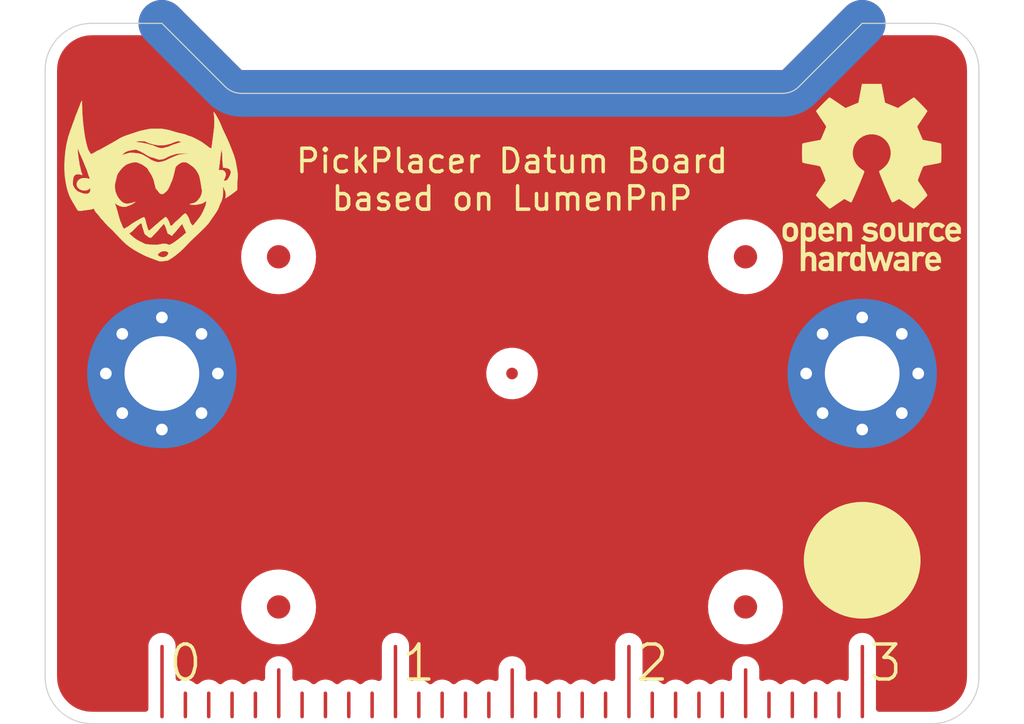
<source format=kicad_pcb>
(kicad_pcb (version 20211014) (generator pcbnew)
  (layers (0 "F.Cu" signal) (31 "B.Cu" signal) (34 "B.Paste" user) (35 "F.Paste" user) (36 "B.SilkS" user "B.Silkscreen") (37 "F.SilkS" user "F.Silkscreen") (38 "B.Mask" user) (39 "F.Mask" user) (44 "Edge.Cuts" user))
  (net 0 "")
  (net 1 "GND")
  (footprint "Project:Fiducial_1mm_Mask3mm" (layer "F.Cu") (at 140 110)
    (fp_text reference "REF**" hide)
    (fp_text value "Fiducial_1mm_Mask3mm")
    (pad "" smd circle (at 0 0) (size 1 1) (layers "F.Cu" "F.Mask") (clearance 1.1))
  )
  (footprint "Project:Fiducial_1mm_Mask3mm" (layer "F.Cu") (at 140 95)
    (fp_text reference "REF**" hide)
    (fp_text value "Fiducial_1mm_Mask3mm")
    (pad "" smd circle (at 0 0) (size 1 1) (layers "F.Cu" "F.Mask") (clearance 1.1))
  )
  (footprint "Project:logo_mask" (layer "F.Cu") (at 150 100)
    (fp_text reference "G***" hide)
    (fp_text value "LOGO" hide)
  )
  (footprint "Project:MountingHole_3.2mm_M3_Pad_Via" (layer "F.Cu") (at 135 100)
    (fp_text reference "H1" hide)
    (fp_text value "MountingHole_Pad")
    (pad "1" thru_hole circle locked (at 0 0) (size 6.4 6.4) (drill 3.2) (layers *.Cu *.Mask) (net 1 "GND"))
    (pad "1" thru_hole circle locked (at 2.4 0) (size 0.8 0.8) (drill 0.5) (layers *.Cu *.Mask) (net 1 "GND"))
    (pad "1" thru_hole circle locked (at 0 2.4) (size 0.8 0.8) (drill 0.5) (layers *.Cu *.Mask) (net 1 "GND"))
    (pad "1" thru_hole circle locked (at 1.697056 -1.697056) (size 0.8 0.8) (drill 0.5) (layers *.Cu *.Mask) (net 1 "GND"))
    (pad "1" thru_hole circle locked (at -1.697056 1.697056) (size 0.8 0.8) (drill 0.5) (layers *.Cu *.Mask) (net 1 "GND"))
    (pad "1" thru_hole circle locked (at -2.4 0) (size 0.8 0.8) (drill 0.5) (layers *.Cu *.Mask) (net 1 "GND"))
    (pad "1" thru_hole circle locked (at 1.697056 1.697056) (size 0.8 0.8) (drill 0.5) (layers *.Cu *.Mask) (net 1 "GND"))
    (pad "1" thru_hole circle locked (at -1.697056 -1.697056) (size 0.8 0.8) (drill 0.5) (layers *.Cu *.Mask) (net 1 "GND"))
    (pad "1" thru_hole circle locked (at 0 -2.4) (size 0.8 0.8) (drill 0.5) (layers *.Cu *.Mask) (net 1 "GND"))
  )
  (footprint "Project:MountingHole_3.2mm_M3_Pad_Via" (layer "F.Cu") (at 165 100)
    (fp_text reference "H4" hide)
    (fp_text value "MountingHole_Pad")
    (pad "1" thru_hole circle locked (at 0 0) (size 6.4 6.4) (drill 3.2) (layers *.Cu *.Mask) (net 1 "GND"))
    (pad "1" thru_hole circle locked (at -1.697056 1.697056) (size 0.8 0.8) (drill 0.5) (layers *.Cu *.Mask) (net 1 "GND"))
    (pad "1" thru_hole circle locked (at 1.697056 -1.697056) (size 0.8 0.8) (drill 0.5) (layers *.Cu *.Mask) (net 1 "GND"))
    (pad "1" thru_hole circle locked (at 1.697056 1.697056) (size 0.8 0.8) (drill 0.5) (layers *.Cu *.Mask) (net 1 "GND"))
    (pad "1" thru_hole circle locked (at -2.4 0) (size 0.8 0.8) (drill 0.5) (layers *.Cu *.Mask) (net 1 "GND"))
    (pad "1" thru_hole circle locked (at 0 2.4) (size 0.8 0.8) (drill 0.5) (layers *.Cu *.Mask) (net 1 "GND"))
    (pad "1" thru_hole circle locked (at 2.4 0) (size 0.8 0.8) (drill 0.5) (layers *.Cu *.Mask) (net 1 "GND"))
    (pad "1" thru_hole circle locked (at -1.697056 -1.697056) (size 0.8 0.8) (drill 0.5) (layers *.Cu *.Mask) (net 1 "GND"))
    (pad "1" thru_hole circle locked (at 0 -2.4) (size 0.8 0.8) (drill 0.5) (layers *.Cu *.Mask) (net 1 "GND"))
  )
  (footprint "Project:Fiducial_05mm_Mask2mm" (layer "F.Cu") (at 150 100)
    (fp_text reference "REF**" hide)
    (fp_text value "Fiducial_05mm_Mask2mm")
    (pad "" smd circle (at 0 0) (size 0.5 0.5) (layers "F.Cu" "F.Mask") (clearance 0.85))
  )
  (footprint "Project:30mm-ruler" (layer "F.Cu") (at 135.006 114.6975)
    (fp_text reference "REF**" hide)
    (fp_text value "Metric_Ruler_90mm")
    (fp_text user "2" (at 21.00024 -2.2975) (layer "F.SilkS") (effects (font (size 1.5 1.5))))
    (fp_text user "3" (at 31.00024 -2.2975) (layer "F.SilkS") (effects (font (size 1.5 1.5))))
    (fp_text user "0" (at 1.00024 -2.2975) (layer "F.SilkS") (effects (font (size 1.5 1.5))))
    (fp_text user "1" (at 11.00024 -2.2975) (layer "F.SilkS") (effects (font (size 1.5 1.5))))
    (fp_line (start 9.00024 -0.0005) (end 9.00024 -1.0005) (layer "F.Cu") (width 0.15))
    (fp_line (start 7.00024 -0.0005) (end 7.00024 -1.0005) (layer "F.Cu") (width 0.15))
    (fp_line (start 30.00024 -0.0005) (end 30.00024 -3.0005) (layer "F.Cu") (width 0.15))
    (fp_line (start 23.00024 -0.0005) (end 23.00024 -1.0005) (layer "F.Cu") (width 0.15))
    (fp_line (start 29.00024 -0.0005) (end 29.00024 -1.0005) (layer "F.Cu") (width 0.15))
    (fp_line (start 25.00024 -0.0005) (end 25.00024 -2.0005) (layer "F.Cu") (width 0.15))
    (fp_line (start 13.00024 -0.0005) (end 13.00024 -1.0005) (layer "F.Cu") (width 0.15))
    (fp_line (start 22.00024 -0.0005) (end 22.00024 -1.0005) (layer "F.Cu") (width 0.15))
    (fp_line (start 1.00024 -0.0005) (end 1.00024 -1.0005) (layer "F.Cu") (width 0.15))
    (fp_line (start 15.00024 -0.0005) (end 15.00024 -2.0005) (layer "F.Cu") (width 0.15))
    (fp_line (start 24.00024 -0.0005) (end 24.00024 -1.0005) (layer "F.Cu") (width 0.15))
    (fp_line (start 16.00024 -0.0005) (end 16.00024 -1.0005) (layer "F.Cu") (width 0.15))
    (fp_line (start 8.00024 -0.0005) (end 8.00024 -1.0005) (layer "F.Cu") (width 0.15))
    (fp_line (start 3.00024 -0.0005) (end 3.00024 -1.0005) (layer "F.Cu") (width 0.15))
    (fp_line (start 2.00024 -0.0005) (end 2.00024 -1.0005) (layer "F.Cu") (width 0.15))
    (fp_line (start 14.00024 -0.0005) (end 14.00024 -1.0005) (layer "F.Cu") (width 0.15))
    (fp_line (start 5.00024 -0.0005) (end 5.00024 -2.0005) (layer "F.Cu") (width 0.15))
    (fp_line (start 28.00024 -0.0005) (end 28.00024 -1.0005) (layer "F.Cu") (width 0.15))
    (fp_line (start 12.00024 -0.0005) (end 12.00024 -1.0005) (layer "F.Cu") (width 0.15))
    (fp_line (start 26.00024 -0.0005) (end 26.00024 -1.0005) (layer "F.Cu") (width 0.15))
    (fp_line (start 11.00024 -0.0005) (end 11.00024 -1.0005) (layer "F.Cu") (width 0.15))
    (fp_line (start 10.00024 -0.0005) (end 10.00024 -3.0005) (layer "F.Cu") (width 0.15))
    (fp_line (start 17.00024 -0.0005) (end 17.00024 -1.0005) (layer "F.Cu") (width 0.15))
    (fp_line (start 0.00024 -0.0005) (end 0.00024 -3.0005) (layer "F.Cu") (width 0.15))
    (fp_line (start 6.00024 -0.0005) (end 6.00024 -1.0005) (layer "F.Cu") (width 0.15))
    (fp_line (start 4.00024 -0.0005) (end 4.00024 -1.0005) (layer "F.Cu") (width 0.15))
    (fp_line (start 20.00024 -0.0005) (end 20.00024 -3.0005) (layer "F.Cu") (width 0.15))
    (fp_line (start 27.00024 -0.0005) (end 27.00024 -1.0005) (layer "F.Cu") (width 0.15))
    (fp_line (start 19.00024 -0.0005) (end 19.00024 -1.0005) (layer "F.Cu") (width 0.15))
    (fp_line (start 21.00024 -0.0005) (end 21.00024 -1.0005) (layer "F.Cu") (width 0.15))
    (fp_line (start 18.00024 -0.0005) (end 18.00024 -1.0005) (layer "F.Cu") (width 0.15))
  )
  (footprint "Project:Fiducial_1mm_Mask3mm" (layer "F.Cu") (at 160 110)
    (fp_text reference "REF**" hide)
    (fp_text value "Fiducial_1mm_Mask3mm")
    (pad "" smd circle (at 0 0) (size 1 1) (layers "F.Cu" "F.Mask") (clearance 1.1))
  )
  (footprint "Project:Fiducial_1mm_Mask3mm" (layer "F.Cu") (at 160 95)
    (fp_text reference "REF**" hide)
    (fp_text value "Fiducial_1mm_Mask3mm")
    (pad "" smd circle (at 0 0) (size 1 1) (layers "F.Cu" "F.Mask") (clearance 1.1))
  )
  (footprint "Project:OSHW-Logo_7.5x8mm_SilkScreen" (layer "F.Cu") (at 165.4 91.6)
    (fp_text reference "REF**" hide)
    (fp_text value "OSHW-Logo_7.5x8mm_SilkScreen" hide)
  )
  (footprint "Project:goblin" (layer "F.Cu") (at 134.5 92.3)
    (fp_text reference "G***" hide)
    (fp_text value "LOGO" hide)
  )
  (footprint "Project:cal-dot-grid" (layer "B.Cu") (at 150 101 -90)
    (fp_text reference "G***" hide)
    (fp_text value "LOGO" hide)
  )
  (gr_circle (center 165 108) (end 166.25 108) (layer "F.SilkS") (width 2.5) (fill none))
  (gr_line (start 162.293107 87.707107) (end 165 85) (layer "Edge.Cuts") (width 0.05))
  (gr_line (start 138.414 88) (end 161.586 88) (layer "Edge.Cuts") (width 0.05))
  (gr_line (start 135 85) (end 132 85) (layer "Edge.Cuts") (width 0.05))
  (gr_arc (start 162.293107 87.707107) (mid 161.968684 87.92388) (end 161.586 88) (layer "Edge.Cuts") (width 0.05))
  (gr_arc (start 132 115) (mid 130.585786 114.414214) (end 130 113) (layer "Edge.Cuts") (width 0.05))
  (gr_arc (start 130 87) (mid 130.585786 85.585786) (end 132 85) (layer "Edge.Cuts") (width 0.05))
  (gr_arc (start 168 85) (mid 169.414214 85.585786) (end 170 87) (layer "Edge.Cuts") (width 0.05))
  (gr_line (start 137.706893 87.707107) (end 135 85) (layer "Edge.Cuts") (width 0.05))
  (gr_line (start 168 85) (end 165 85) (layer "Edge.Cuts") (width 0.05))
  (gr_line (start 170 87) (end 170 113) (layer "Edge.Cuts") (width 0.05))
  (gr_arc (start 170 113) (mid 169.414214 114.414214) (end 168 115) (layer "Edge.Cuts") (width 0.05))
  (gr_line (start 130 87) (end 130 113) (layer "Edge.Cuts") (width 0.05))
  (gr_arc (start 138.414 88) (mid 138.031316 87.92388) (end 137.706893 87.707107) (layer "Edge.Cuts") (width 0.05))
  (gr_line (start 132 115) (end 168 115) (layer "Edge.Cuts") (width 0.05))
  (gr_text "PickPlacer Datum Board\nbased on LumenPnP" (at 150 91.7) (layer "F.SilkS") (effects (font (size 1 1))))
  (segment (start 137.706893 87.707107) (end 135 85) (width 2) (layer "F.Cu") (net 1))
  (segment (start 138.414 88) (end 161.586 88) (width 2) (layer "F.Cu") (net 1))
  (segment (start 162.293107 87.707107) (end 165 85) (width 2) (layer "F.Cu") (net 1))
  (arc (start 162.293107 87.707107) (mid 161.968684 87.92388) (end 161.586 88) (width 2) (layer "F.Cu") (net 1))
  (arc (start 138.414 88) (mid 138.031316 87.92388) (end 137.706893 87.707107) (width 2) (layer "F.Cu") (net 1))
  (segment (start 137.706893 87.707107) (end 135 85) (width 2) (layer "B.Cu") (net 1))
  (segment (start 162.293107 87.707107) (end 165 85) (width 2) (layer "B.Cu") (net 1))
  (segment (start 161.586 88) (end 138.414 88) (width 2) (layer "B.Cu") (net 1))
  (arc (start 137.706893 87.707107) (mid 138.031316 87.92388) (end 138.414 88) (width 2) (layer "B.Cu") (net 1))
  (arc (start 161.586 88) (mid 161.968684 87.92388) (end 162.293107 87.707107) (width 2) (layer "B.Cu") (net 1))
  (zone (net 1) (net_name "GND") (layer "F.Cu") (connect_pads yes (clearance 0.508)) (min_thickness 0.254) (fill yes (thermal_gap 0.508) (thermal_bridge_width 0.508))
    (polygon (pts (xy 170 115) (xy 130 115) (xy 130 85) (xy 170 85)))
  )
)
</source>
